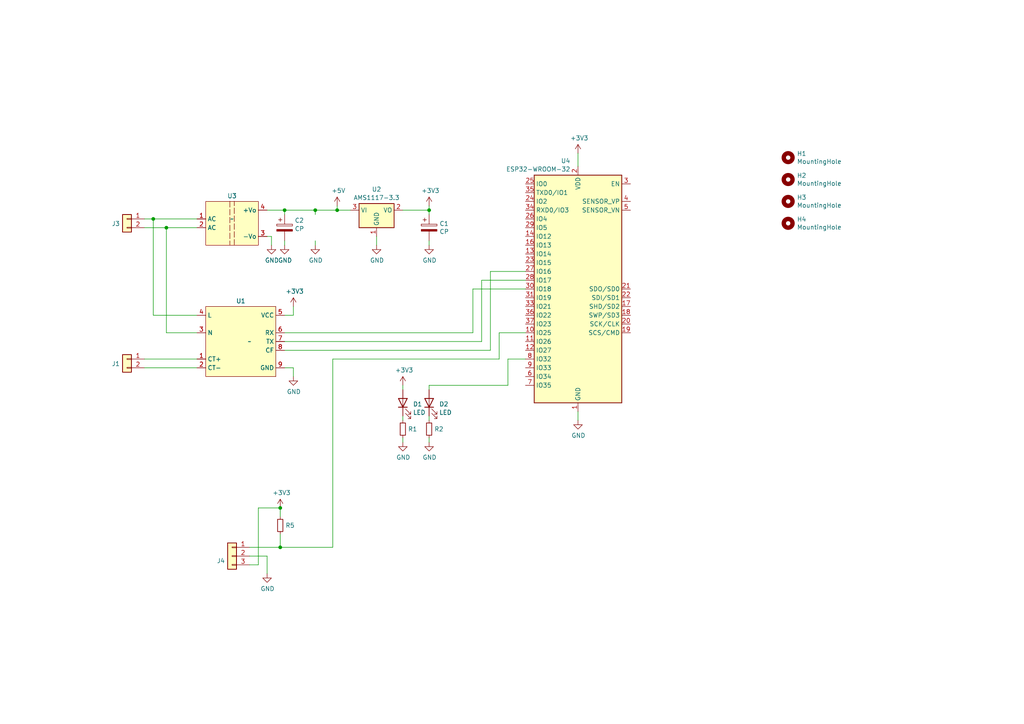
<source format=kicad_sch>
(kicad_sch (version 20230121) (generator eeschema)
  (paper "A4")
  (lib_symbols
    (symbol "Connector_Generic:Conn_01x02" (pin_names (offset 1.016) hide)
      (property "Reference" "J" (at 0 2.54 0))
      (property "Value" "Conn_01x02" (at 0 -5.08 0))
      (symbol "Conn_01x02_1_1"
        (rectangle (start -1.27 -2.413) (end 0 -2.667) (stroke (width 0.1524)))
        (rectangle (start -1.27 0.127) (end 0 -0.127) (stroke (width 0.1524)))
        (rectangle (start -1.27 1.27) (end 1.27 -3.81) (stroke (width 0.254)) (fill (type background)))
        (pin passive line (at -5.08 0 0) (length 3.81) (name "Pin_1") (number "1"))
        (pin passive line (at -5.08 -2.54 0) (length 3.81) (name "Pin_2") (number "2"))
      )
    )
    (symbol "Connector_Generic:Conn_01x03" (pin_names (offset 1.016) hide)
      (property "Reference" "J" (at 0 5.08 0))
      (property "Value" "Conn_01x03" (at 0 -5.08 0))
      (symbol "Conn_01x03_1_1"
        (rectangle (start -1.27 -2.413) (end 0 -2.667) (stroke (width 0.1524)))
        (rectangle (start -1.27 0.127) (end 0 -0.127) (stroke (width 0.1524)))
        (rectangle (start -1.27 2.667) (end 0 2.413) (stroke (width 0.1524)))
        (rectangle (start -1.27 3.81) (end 1.27 -3.81) (stroke (width 0.254)) (fill (type background)))
        (pin passive line (at -5.08 2.54 0) (length 3.81) (name "Pin_1") (number "1"))
        (pin passive line (at -5.08 0 0) (length 3.81) (name "Pin_2") (number "2"))
        (pin passive line (at -5.08 -2.54 0) (length 3.81) (name "Pin_3") (number "3"))
      )
    )
    (symbol "Device:CP" (pin_numbers hide) (pin_names (offset 0.254))
      (property "Reference" "C" (at 0.635 2.54 0))
      (property "Value" "Device_CP" (at 0.635 -2.54 0))
      (symbol "CP_0_1"
        (rectangle (start -2.286 0.508) (end 2.286 1.016))
        (polyline (pts (xy -1.778 2.286) (xy -0.762 2.286)))
        (polyline (pts (xy -1.27 2.794) (xy -1.27 1.778)))
        (rectangle (start 2.286 -0.508) (end -2.286 -1.016) (fill (type outline)))
      )
      (symbol "CP_1_1"
        (pin passive line (at 0 3.81 270) (length 2.794) (name "~") (number "1"))
        (pin passive line (at 0 -3.81 90) (length 2.794) (name "~") (number "2"))
      )
    )
    (symbol "Device:C_Polarized" (pin_numbers hide) (pin_names (offset 0.254))
      (property "Reference" "C" (at 0.635 2.54 0))
      (property "Value" "C_Polarized" (at 0.635 -2.54 0))
      (symbol "C_Polarized_0_1"
        (rectangle (start -2.286 0.508) (end 2.286 1.016))
        (polyline (pts (xy -1.778 2.286) (xy -0.762 2.286)))
        (polyline (pts (xy -1.27 2.794) (xy -1.27 1.778)))
        (rectangle (start 2.286 -0.508) (end -2.286 -1.016) (fill (type outline)))
      )
      (symbol "C_Polarized_1_1"
        (pin passive line (at 0 3.81 270) (length 2.794) (name "~") (number "1"))
        (pin passive line (at 0 -3.81 90) (length 2.794) (name "~") (number "2"))
      )
    )
    (symbol "Device:LED" (pin_numbers hide) (pin_names (offset 1.016) hide)
      (property "Reference" "D" (at 0 2.54 0))
      (property "Value" "LED" (at 0 -2.54 0))
      (symbol "LED_0_1"
        (polyline (pts (xy -1.27 -1.27) (xy -1.27 1.27)) (stroke (width 0.254)))
        (polyline (pts (xy -1.27 0) (xy 1.27 0)))
        (polyline (pts (xy 1.27 -1.27) (xy 1.27 1.27) (xy -1.27 0) (xy 1.27 -1.27)) (stroke (width 0.254)))
        (polyline (pts (xy -3.048 -0.762) (xy -4.572 -2.286) (xy -3.81 -2.286) (xy -4.572 -2.286) (xy -4.572 -1.524)))
        (polyline (pts (xy -1.778 -0.762) (xy -3.302 -2.286) (xy -2.54 -2.286) (xy -3.302 -2.286) (xy -3.302 -1.524)))
      )
      (symbol "LED_1_1"
        (pin passive line (at -3.81 0 0) (length 2.54) (name "K") (number "1"))
        (pin passive line (at 3.81 0 180) (length 2.54) (name "A") (number "2"))
      )
    )
    (symbol "Device:R_Small" (pin_numbers hide) (pin_names (offset 0.254) hide)
      (property "Reference" "R" (at 0.762 0.508 0))
      (property "Value" "R_Small" (at 0.762 -1.016 0))
      (symbol "R_Small_0_1"
        (rectangle (start -0.762 1.778) (end 0.762 -1.778) (stroke (width 0.2032)))
      )
      (symbol "R_Small_1_1"
        (pin passive line (at 0 2.54 270) (length 0.762) (name "~") (number "1"))
        (pin passive line (at 0 -2.54 90) (length 0.762) (name "~") (number "2"))
      )
    )
    (symbol "Mechanical:MountingHole" (pin_names (offset 1.016))
      (property "Reference" "H" (at 0 5.08 0))
      (property "Value" "MountingHole" (at 0 3.175 0))
      (symbol "MountingHole_0_1"
        (circle (center 0 0) (radius 1.27) (stroke (width 1.27)))
      )
    )
    (symbol "RF_Module:ESP32-WROOM-32"
      (property "Reference" "U" (at -12.7 34.29 0))
      (property "Value" "ESP32-WROOM-32" (at 1.27 34.29 0))
      (symbol "ESP32-WROOM-32_0_1"
        (rectangle (start -12.7 33.02) (end 12.7 -33.02) (stroke (width 0.254)) (fill (type background)))
      )
      (symbol "ESP32-WROOM-32_1_1"
        (pin power_in line (at 0 -35.56 90) (length 2.54) (name "GND") (number "1"))
        (pin bidirectional line (at 15.24 -12.7 180) (length 2.54) (name "IO25") (number "10"))
        (pin bidirectional line (at 15.24 -15.24 180) (length 2.54) (name "IO26") (number "11"))
        (pin bidirectional line (at 15.24 -17.78 180) (length 2.54) (name "IO27") (number "12"))
        (pin bidirectional line (at 15.24 10.16 180) (length 2.54) (name "IO14") (number "13"))
        (pin bidirectional line (at 15.24 15.24 180) (length 2.54) (name "IO12") (number "14"))
        (pin passive line (at 0 -35.56 90) (length 2.54) hide (name "GND") (number "15"))
        (pin bidirectional line (at 15.24 12.7 180) (length 2.54) (name "IO13") (number "16"))
        (pin bidirectional line (at -15.24 -5.08 0) (length 2.54) (name "SHD/SD2") (number "17"))
        (pin bidirectional line (at -15.24 -7.62 0) (length 2.54) (name "SWP/SD3") (number "18"))
        (pin bidirectional line (at -15.24 -12.7 0) (length 2.54) (name "SCS/CMD") (number "19"))
        (pin power_in line (at 0 35.56 270) (length 2.54) (name "VDD") (number "2"))
        (pin bidirectional line (at -15.24 -10.16 0) (length 2.54) (name "SCK/CLK") (number "20"))
        (pin bidirectional line (at -15.24 0 0) (length 2.54) (name "SDO/SD0") (number "21"))
        (pin bidirectional line (at -15.24 -2.54 0) (length 2.54) (name "SDI/SD1") (number "22"))
        (pin bidirectional line (at 15.24 7.62 180) (length 2.54) (name "IO15") (number "23"))
        (pin bidirectional line (at 15.24 25.4 180) (length 2.54) (name "IO2") (number "24"))
        (pin bidirectional line (at 15.24 30.48 180) (length 2.54) (name "IO0") (number "25"))
        (pin bidirectional line (at 15.24 20.32 180) (length 2.54) (name "IO4") (number "26"))
        (pin bidirectional line (at 15.24 5.08 180) (length 2.54) (name "IO16") (number "27"))
        (pin bidirectional line (at 15.24 2.54 180) (length 2.54) (name "IO17") (number "28"))
        (pin bidirectional line (at 15.24 17.78 180) (length 2.54) (name "IO5") (number "29"))
        (pin input line (at -15.24 30.48 0) (length 2.54) (name "EN") (number "3"))
        (pin bidirectional line (at 15.24 0 180) (length 2.54) (name "IO18") (number "30"))
        (pin bidirectional line (at 15.24 -2.54 180) (length 2.54) (name "IO19") (number "31"))
        (pin no_connect line (at -12.7 -27.94 0) (length 2.54) hide (name "NC") (number "32"))
        (pin bidirectional line (at 15.24 -5.08 180) (length 2.54) (name "IO21") (number "33"))
        (pin bidirectional line (at 15.24 22.86 180) (length 2.54) (name "RXD0/IO3") (number "34"))
        (pin bidirectional line (at 15.24 27.94 180) (length 2.54) (name "TXD0/IO1") (number "35"))
        (pin bidirectional line (at 15.24 -7.62 180) (length 2.54) (name "IO22") (number "36"))
        (pin bidirectional line (at 15.24 -10.16 180) (length 2.54) (name "IO23") (number "37"))
        (pin passive line (at 0 -35.56 90) (length 2.54) hide (name "GND") (number "38"))
        (pin passive line (at 0 -35.56 90) (length 2.54) hide (name "GND") (number "39"))
        (pin input line (at -15.24 25.4 0) (length 2.54) (name "SENSOR_VP") (number "4"))
        (pin input line (at -15.24 22.86 0) (length 2.54) (name "SENSOR_VN") (number "5"))
        (pin input line (at 15.24 -25.4 180) (length 2.54) (name "IO34") (number "6"))
        (pin input line (at 15.24 -27.94 180) (length 2.54) (name "IO35") (number "7"))
        (pin bidirectional line (at 15.24 -20.32 180) (length 2.54) (name "IO32") (number "8"))
        (pin bidirectional line (at 15.24 -22.86 180) (length 2.54) (name "IO33") (number "9"))
      )
    )
    (symbol "Regulator_Linear:AMS1117-3.3"
      (property "Reference" "U" (at -3.81 3.175 0))
      (property "Value" "AMS1117-3.3" (at 0 3.175 0))
      (symbol "AMS1117-3.3_0_1"
        (rectangle (start -5.08 -5.08) (end 5.08 1.905) (stroke (width 0.254)) (fill (type background)))
      )
      (symbol "AMS1117-3.3_1_1"
        (pin power_in line (at 0 -7.62 90) (length 2.54) (name "GND") (number "1"))
        (pin power_out line (at 7.62 0 180) (length 2.54) (name "VO") (number "2"))
        (pin power_in line (at -7.62 0 0) (length 2.54) (name "VI") (number "3"))
      )
    )
    (symbol "custom:HLK-PM01"
      (property "Reference" "U" (at -3.175 6.35 0))
      (symbol "HLK-PM01_1_1"
        (rectangle (start -7.62 5.08) (end 7.62 -7.62) (fill (type background)))
        (polyline (pts (xy -0.635 5.08) (xy -0.635 -7.62)) (stroke (width 0) (type dash)))
        (polyline (pts (xy 0.635 -7.62) (xy 0.635 5.08)) (stroke (width 0) (type dash)))
        (pin power_in line (at -10.16 0 0) (length 2.54) (name "AC") (number "1"))
        (pin power_in line (at -10.16 -2.54 0) (length 2.54) (name "AC") (number "2"))
        (pin power_out line (at 10.16 -5.08 180) (length 2.54) (name "-Vo") (number "3"))
        (pin power_out line (at 10.16 2.54 180) (length 2.54) (name "+Vo") (number "4"))
      )
    )
    (symbol "custom:PZEM-004T-100A-D-P"
      (property "Reference" "U" (at -10.16 12.065 0))
      (symbol "PZEM-004T-100A-D-P_1_1"
        (rectangle (start -12.7 10.16) (end 7.62 -10.16) (fill (type background)))
        (pin input line (at -15.24 -5.08 0) (length 2.54) (name "CT+") (number "1"))
        (pin input line (at -15.24 -7.62 0) (length 2.54) (name "CT-") (number "2"))
        (pin input line (at -15.24 2.54 0) (length 2.54) (name "N") (number "3"))
        (pin input line (at -15.24 7.62 0) (length 2.54) (name "L") (number "4"))
        (pin power_in line (at 10.16 7.62 180) (length 2.54) (name "VCC") (number "5"))
        (pin open_collector line (at 10.16 2.54 180) (length 2.54) (name "RX") (number "6"))
        (pin open_collector line (at 10.16 0 180) (length 2.54) (name "TX") (number "7"))
        (pin open_collector line (at 10.16 -2.54 180) (length 2.54) (name "CF") (number "8"))
        (pin power_in line (at 10.16 -7.62 180) (length 2.54) (name "GND") (number "9"))
      )
    )
    (symbol "power:+3V3" (power) (pin_names (offset 0))
      (property "Value" "+3V3" (at 0 3.556 0))
      (symbol "+3V3_0_1"
        (polyline (pts (xy -0.762 1.27) (xy 0 2.54)))
        (polyline (pts (xy 0 0) (xy 0 2.54)))
        (polyline (pts (xy 0 2.54) (xy 0.762 1.27)))
      )
      (symbol "+3V3_1_1"
        (pin power_in line (at 0 0 90) (length 0) hide (name "+3V3") (number "1"))
      )
    )
    (symbol "power:+5V" (power) (pin_names (offset 0))
      (property "Value" "+5V" (at 0 3.556 0))
      (symbol "+5V_0_1"
        (polyline (pts (xy -0.762 1.27) (xy 0 2.54)))
        (polyline (pts (xy 0 0) (xy 0 2.54)))
        (polyline (pts (xy 0 2.54) (xy 0.762 1.27)))
      )
      (symbol "+5V_1_1"
        (pin power_in line (at 0 0 90) (length 0) hide (name "+5V") (number "1"))
      )
    )
    (symbol "power:GND" (power) (pin_names (offset 0))
      (property "Value" "GND" (at 0 -3.81 0))
      (symbol "GND_0_1"
        (polyline (pts (xy 0 0) (xy 0 -1.27) (xy 1.27 -1.27) (xy 0 -2.54) (xy -1.27 -1.27) (xy 0 -1.27)))
      )
      (symbol "GND_1_1"
        (pin power_in line (at 0 0 270) (length 0) hide (name "GND") (number "1"))
      )
    )
  )
  (junction (at 124.46 60.96))
  (junction (at 44.45 63.5))
  (junction (at 82.55 60.96))
  (junction (at 81.28 147.32))
  (junction (at 81.28 158.75))
  (junction (at 97.79 60.96))
  (junction (at 48.26 66.04))
  (junction (at 91.44 60.96))
  (wire (pts (xy 81.28 158.75) (xy 96.52 158.75)))
  (wire (pts (xy 85.09 91.44) (xy 82.55 91.44)))
  (wire (pts (xy 78.74 68.58) (xy 77.47 68.58)))
  (wire (pts (xy 147.32 104.14) (xy 147.32 111.76)))
  (wire (pts (xy 82.55 60.96) (xy 91.44 60.96)))
  (wire (pts (xy 144.78 96.52) (xy 144.78 104.14)))
  (wire (pts (xy 96.52 104.14) (xy 96.52 158.75)))
  (wire (pts (xy 147.32 111.76) (xy 124.46 111.76)))
  (wire (pts (xy 139.7 81.28) (xy 139.7 99.06)))
  (wire (pts (xy 137.16 96.52) (xy 82.55 96.52)))
  (wire (pts (xy 48.26 66.04) (xy 57.15 66.04)))
  (wire (pts (xy 116.84 60.96) (xy 124.46 60.96)))
  (wire (pts (xy 44.45 91.44) (xy 57.15 91.44)))
  (wire (pts (xy 109.22 68.58) (xy 109.22 71.12)))
  (wire (pts (xy 82.55 69.85) (xy 82.55 71.12)))
  (wire (pts (xy 85.09 88.9) (xy 85.09 91.44)))
  (wire (pts (xy 124.46 120.65) (xy 124.46 121.92)))
  (wire (pts (xy 41.91 106.68) (xy 57.15 106.68)))
  (wire (pts (xy 139.7 81.28) (xy 152.4 81.28)))
  (wire (pts (xy 77.47 60.96) (xy 82.55 60.96)))
  (wire (pts (xy 74.93 147.32) (xy 81.28 147.32)))
  (wire (pts (xy 144.78 104.14) (xy 96.52 104.14)))
  (wire (pts (xy 41.91 66.04) (xy 48.26 66.04)))
  (wire (pts (xy 116.84 111.76) (xy 116.84 113.03)))
  (wire (pts (xy 44.45 63.5) (xy 57.15 63.5)))
  (wire (pts (xy 124.46 60.96) (xy 124.46 62.23)))
  (wire (pts (xy 116.84 120.65) (xy 116.84 121.92)))
  (wire (pts (xy 91.44 60.96) (xy 97.79 60.96)))
  (wire (pts (xy 41.91 63.5) (xy 44.45 63.5)))
  (wire (pts (xy 85.09 106.68) (xy 82.55 106.68)))
  (wire (pts (xy 85.09 109.22) (xy 85.09 106.68)))
  (wire (pts (xy 124.46 127) (xy 124.46 128.27)))
  (wire (pts (xy 91.44 69.85) (xy 91.44 71.12)))
  (wire (pts (xy 152.4 104.14) (xy 147.32 104.14)))
  (wire (pts (xy 142.24 78.74) (xy 142.24 101.6)))
  (wire (pts (xy 142.24 101.6) (xy 82.55 101.6)))
  (wire (pts (xy 72.39 158.75) (xy 81.28 158.75)))
  (wire (pts (xy 124.46 69.85) (xy 124.46 71.12)))
  (wire (pts (xy 77.47 161.29) (xy 72.39 161.29)))
  (wire (pts (xy 139.7 99.06) (xy 82.55 99.06)))
  (wire (pts (xy 167.64 44.45) (xy 167.64 48.26)))
  (wire (pts (xy 152.4 96.52) (xy 144.78 96.52)))
  (wire (pts (xy 101.6 60.96) (xy 97.79 60.96)))
  (wire (pts (xy 97.79 60.96) (xy 97.79 59.69)))
  (wire (pts (xy 48.26 96.52) (xy 57.15 96.52)))
  (wire (pts (xy 124.46 111.76) (xy 124.46 113.03)))
  (wire (pts (xy 77.47 161.29) (xy 77.47 166.37)))
  (wire (pts (xy 91.44 60.96) (xy 91.44 62.23)))
  (wire (pts (xy 137.16 83.82) (xy 137.16 96.52)))
  (wire (pts (xy 167.64 121.92) (xy 167.64 119.38)))
  (wire (pts (xy 81.28 147.32) (xy 81.28 149.86)))
  (wire (pts (xy 82.55 60.96) (xy 82.55 62.23)))
  (wire (pts (xy 74.93 147.32) (xy 74.93 163.83)))
  (wire (pts (xy 44.45 91.44) (xy 44.45 63.5)))
  (wire (pts (xy 48.26 66.04) (xy 48.26 96.52)))
  (wire (pts (xy 78.74 71.12) (xy 78.74 68.58)))
  (wire (pts (xy 137.16 83.82) (xy 152.4 83.82)))
  (wire (pts (xy 142.24 78.74) (xy 152.4 78.74)))
  (wire (pts (xy 41.91 104.14) (xy 57.15 104.14)))
  (wire (pts (xy 124.46 59.69) (xy 124.46 60.96)))
  (wire (pts (xy 81.28 158.75) (xy 81.28 154.94)))
  (wire (pts (xy 74.93 163.83) (xy 72.39 163.83)))
  (wire (pts (xy 116.84 127) (xy 116.84 128.27)))
  (symbol (lib_id "power:GND") (at 167.64 121.92 0) (unit 1)
    (property "Reference" "#PWR026" (effects hide))
    (property "Value" "GND" (at 167.767 126.3142 0))
  )
  (symbol (lib_id "Mechanical:MountingHole") (at 228.6 45.72 0) (unit 1)
    (property "Reference" "H1" (at 231.14 44.5516 0) (effects (justify left)))
    (property "Value" "MountingHole" (at 231.14 46.863 0) (effects (justify left)))
    (property "Footprint" "MountingHole:MountingHole_3.2mm_M3_Pad_Via" (effects hide))
  )
  (symbol (lib_id "Mechanical:MountingHole") (at 228.6 52.07 0) (unit 1)
    (property "Reference" "H2" (at 231.14 50.9016 0) (effects (justify left)))
    (property "Value" "MountingHole" (at 231.14 53.213 0) (effects (justify left)))
    (property "Footprint" "MountingHole:MountingHole_3.2mm_M3_Pad_Via" (effects hide))
  )
  (symbol (lib_id "Mechanical:MountingHole") (at 228.6 58.42 0) (unit 1)
    (property "Reference" "H3" (at 231.14 57.2516 0) (effects (justify left)))
    (property "Value" "MountingHole" (at 231.14 59.563 0) (effects (justify left)))
    (property "Footprint" "MountingHole:MountingHole_3.2mm_M3_Pad_Via" (effects hide))
  )
  (symbol (lib_id "Mechanical:MountingHole") (at 228.6 64.77 0) (unit 1)
    (property "Reference" "H4" (at 231.14 63.6016 0) (effects (justify left)))
    (property "Value" "MountingHole" (at 231.14 65.913 0) (effects (justify left)))
    (property "Footprint" "MountingHole:MountingHole_3.2mm_M3_Pad_Via" (effects hide))
  )
  (symbol (lib_id "Device:R_Small") (at 116.84 124.46 0) (unit 1)
    (property "Reference" "R1" (at 118.3386 124.46 0) (effects (justify left)))
    (property "Value" "R_Small" (effects hide))
    (property "Footprint" "Resistor_THT:R_Axial_DIN0207_L6.3mm_D2.5mm_P10.16mm_Horizontal" (effects hide))
  )
  (symbol (lib_id "power:+3V3") (at 124.46 59.69 0) (unit 1)
    (property "Reference" "#PWR012" (effects hide))
    (property "Value" "+3V3" (at 124.841 55.2958 0))
  )
  (symbol (lib_id "custom:PZEM-004T-100A-D-P") (at 72.39 99.06 0) (unit 1)
    (property "Reference" "U1" (at 69.85 87.3069 0))
    (property "Value" "~" (at 72.39 99.06 0))
    (property "Footprint" "custom:PZEM-004T-100A-D-P" (effects hide))
  )
  (symbol (lib_id "power:GND") (at 116.84 128.27 0) (unit 1)
    (property "Reference" "#PWR013" (effects hide))
    (property "Value" "GND" (at 116.967 132.6642 0))
  )
  (symbol (lib_id "power:GND") (at 78.74 71.12 0) (unit 1)
    (property "Reference" "#PWR09" (effects hide))
    (property "Value" "GND" (at 78.867 75.5142 0))
  )
  (symbol (lib_id "Connector_Generic:Conn_01x02") (at 36.83 63.5 0) (mirror y) (unit 1)
    (property "Reference" "J3" (at 34.798 64.8716 0) (effects (justify left)))
    (property "Value" "Conn_01x02" (effects hide))
    (property "Footprint" "custom:WE 691411410002 - 2 Pin Wire-To-Board Terminal Block" (effects hide))
  )
  (symbol (lib_id "power:GND") (at 109.22 71.12 0) (unit 1)
    (property "Reference" "#PWR010" (effects hide))
    (property "Value" "GND" (at 109.347 75.5142 0))
  )
  (symbol (lib_id "Device:R_Small") (at 81.28 152.4 0) (unit 1)
    (property "Reference" "R5" (at 82.7786 152.4 0) (effects (justify left)))
    (property "Value" "R_Small" (effects hide))
    (property "Footprint" "Resistor_THT:R_Axial_DIN0207_L6.3mm_D2.5mm_P10.16mm_Horizontal" (effects hide))
  )
  (symbol (lib_id "RF_Module:ESP32-WROOM-32") (at 167.64 83.82 0) (mirror y) (unit 1)
    (property "Reference" "U4" (at 165.4459 46.6557 0) (effects (justify left)))
    (property "Value" "ESP32-WROOM-32" (at 165.4459 49.0799 0) (effects (justify left)))
    (property "Footprint" "RF_Module:ESP32-WROOM-32" (effects hide))
    (property "Datasheet" "https://www.espressif.com/sites/default/files/documentation/esp32-wroom-32_datasheet_en.pdf" (effects hide))
  )
  (symbol (lib_id "Device:R_Small") (at 124.46 124.46 0) (unit 1)
    (property "Reference" "R2" (at 125.9586 124.46 0) (effects (justify left)))
    (property "Value" "R_Small" (effects hide))
    (property "Footprint" "Resistor_THT:R_Axial_DIN0207_L6.3mm_D2.5mm_P10.16mm_Horizontal" (effects hide))
  )
  (symbol (lib_id "power:GND") (at 85.09 109.22 0) (unit 1)
    (property "Reference" "#PWR01" (effects hide))
    (property "Value" "GND" (at 85.217 113.6142 0))
  )
  (symbol (lib_id "power:+5V") (at 97.79 59.69 0) (unit 1)
    (property "Reference" "#PWR03" (effects hide))
    (property "Value" "+5V" (at 98.171 55.2958 0))
  )
  (symbol (lib_id "Device:C_Polarized") (at 82.55 66.04 0) (unit 1)
    (property "Reference" "C2" (at 85.471 63.9389 0) (effects (justify left)))
    (property "Value" "CP" (at 85.471 66.3631 0) (effects (justify left)))
    (property "Footprint" "Capacitor_THT:CP_Radial_D10.0mm_P2.50mm_P5.00mm" (effects hide))
  )
  (symbol (lib_id "power:+3V3") (at 116.84 111.76 0) (unit 1)
    (property "Reference" "#PWR015" (effects hide))
    (property "Value" "+3V3" (at 117.221 107.3658 0))
  )
  (symbol (lib_id "Connector_Generic:Conn_01x03") (at 67.31 161.29 0) (mirror y) (unit 1)
    (property "Reference" "J4" (at 65.278 162.6616 0) (effects (justify left)))
    (property "Value" "Conn_01x04" (effects hide))
    (property "Footprint" "Connector_JST:JST_XH_B3B-XH-A_1x03_P2.50mm_Vertical" (effects hide))
  )
  (symbol (lib_id "Connector_Generic:Conn_01x02") (at 36.83 104.14 0) (mirror y) (unit 1)
    (property "Reference" "J1" (at 34.798 105.5116 0) (effects (justify left)))
    (property "Value" "Conn_01x04" (effects hide))
    (property "Footprint" "Connector_JST:JST_XH_B2B-XH-A_1x02_P2.50mm_Vertical" (effects hide))
  )
  (symbol (lib_id "power:GND") (at 91.44 71.12 0) (unit 1)
    (property "Reference" "#PWR05" (effects hide))
    (property "Value" "GND" (at 91.567 75.5142 0))
  )
  (symbol (lib_id "Device:CP") (at 124.46 66.04 0) (unit 1)
    (property "Reference" "C1" (at 127.4572 64.8716 0) (effects (justify left)))
    (property "Value" "CP" (at 127.4572 67.183 0) (effects (justify left)))
    (property "Footprint" "Capacitor_THT:CP_Radial_D8.0mm_P2.50mm" (effects hide))
  )
  (symbol (lib_id "power:GND") (at 124.46 128.27 0) (unit 1)
    (property "Reference" "#PWR014" (effects hide))
    (property "Value" "GND" (at 124.587 132.6642 0))
  )
  (symbol (lib_id "power:+3V3") (at 167.64 44.45 0) (unit 1)
    (property "Reference" "#PWR06" (effects hide))
    (property "Value" "+3V3" (at 168.021 40.0558 0))
  )
  (symbol (lib_id "power:GND") (at 77.47 166.37 0) (unit 1)
    (property "Reference" "#PWR07" (effects hide))
    (property "Value" "GND" (at 77.597 170.7642 0))
  )
  (symbol (lib_id "Device:LED") (at 116.84 116.84 90) (unit 1)
    (property "Reference" "D1" (at 119.761 117.2154 90) (effects (justify right)))
    (property "Value" "LED" (at 119.761 119.6396 90) (effects (justify right)))
    (property "Footprint" "LED_THT:LED_D5.0mm" (effects hide))
  )
  (symbol (lib_id "power:GND") (at 124.46 71.12 0) (unit 1)
    (property "Reference" "#PWR011" (effects hide))
    (property "Value" "GND" (at 124.587 75.5142 0))
  )
  (symbol (lib_id "custom:HLK-PM01") (at 67.31 63.5 0) (unit 1)
    (property "Reference" "U3" (at 67.31 56.8269 0))
    (property "Value" "~" (at 67.31 63.5 0))
    (property "Footprint" "custom:HLK-PM01" (effects hide))
    (property "Datasheet" "https://jlcpcb.com/partdetail/hilink-HLKPM01/C209903" (effects hide))
  )
  (symbol (lib_id "power:GND") (at 82.55 71.12 0) (unit 1)
    (property "Reference" "#PWR04" (effects hide))
    (property "Value" "GND" (at 82.677 75.5142 0))
  )
  (symbol (lib_id "Regulator_Linear:AMS1117-3.3") (at 109.22 60.96 0) (unit 1)
    (property "Reference" "U2" (at 109.22 54.9107 0))
    (property "Value" "AMS1117-3.3" (at 109.22 57.3349 0))
    (property "Footprint" "Package_TO_SOT_SMD:SOT-223-3_TabPin2" (effects hide))
    (property "Datasheet" "http://www.advanced-monolithic.com/pdf/ds1117.pdf" (effects hide))
  )
  (symbol (lib_id "power:+3V3") (at 81.28 147.32 0) (unit 1)
    (property "Reference" "#PWR08" (effects hide))
    (property "Value" "+3V3" (at 81.661 142.9258 0))
  )
  (symbol (lib_id "power:+3V3") (at 85.09 88.9 0) (unit 1)
    (property "Reference" "#PWR02" (effects hide))
    (property "Value" "+3V3" (at 85.471 84.5058 0))
  )
  (symbol (lib_id "Device:LED") (at 124.46 116.84 90) (unit 1)
    (property "Reference" "D2" (at 127.381 117.2154 90) (effects (justify right)))
    (property "Value" "LED" (at 127.381 119.6396 90) (effects (justify right)))
    (property "Footprint" "LED_THT:LED_D5.0mm" (effects hide))
  )
)
</source>
